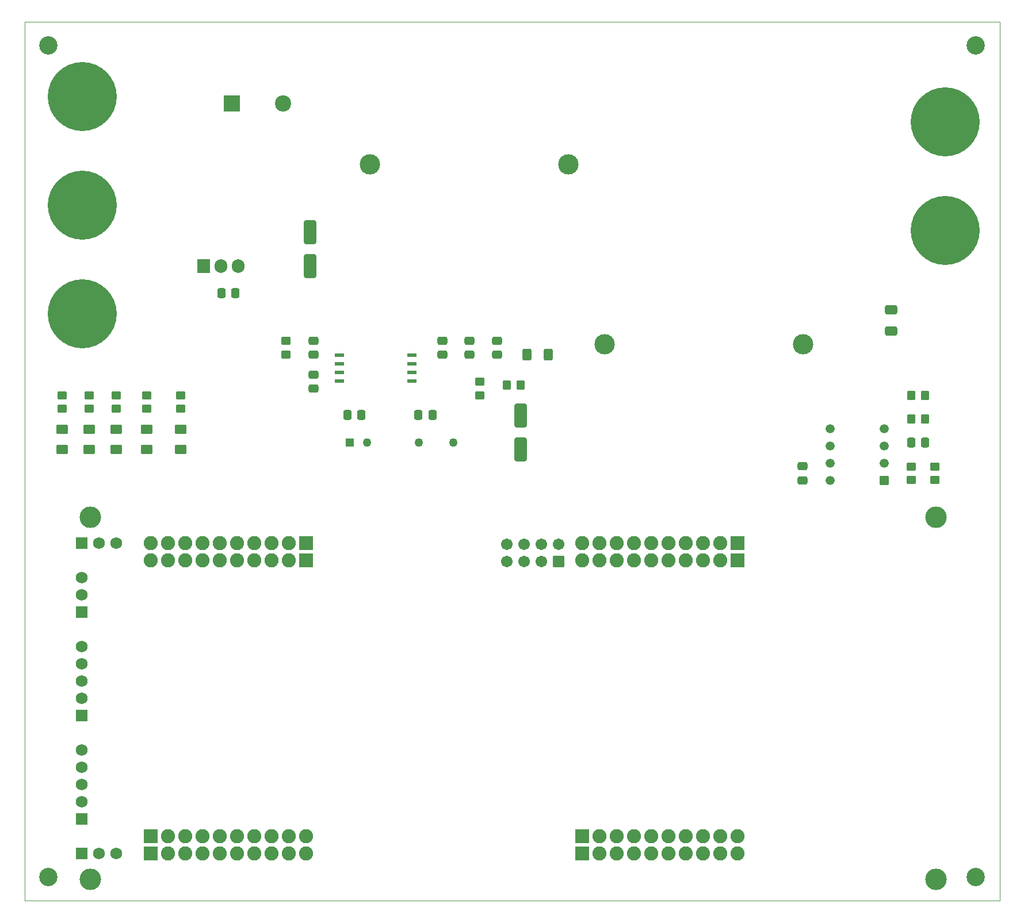
<source format=gbr>
%TF.GenerationSoftware,KiCad,Pcbnew,8.0.7*%
%TF.CreationDate,2025-03-06T09:07:30-05:00*%
%TF.ProjectId,Buck_PCB,4275636b-5f50-4434-922e-6b696361645f,v1*%
%TF.SameCoordinates,Original*%
%TF.FileFunction,Soldermask,Top*%
%TF.FilePolarity,Negative*%
%FSLAX46Y46*%
G04 Gerber Fmt 4.6, Leading zero omitted, Abs format (unit mm)*
G04 Created by KiCad (PCBNEW 8.0.7) date 2025-03-06 09:07:30*
%MOMM*%
%LPD*%
G01*
G04 APERTURE LIST*
G04 Aperture macros list*
%AMRoundRect*
0 Rectangle with rounded corners*
0 $1 Rounding radius*
0 $2 $3 $4 $5 $6 $7 $8 $9 X,Y pos of 4 corners*
0 Add a 4 corners polygon primitive as box body*
4,1,4,$2,$3,$4,$5,$6,$7,$8,$9,$2,$3,0*
0 Add four circle primitives for the rounded corners*
1,1,$1+$1,$2,$3*
1,1,$1+$1,$4,$5*
1,1,$1+$1,$6,$7*
1,1,$1+$1,$8,$9*
0 Add four rect primitives between the rounded corners*
20,1,$1+$1,$2,$3,$4,$5,0*
20,1,$1+$1,$4,$5,$6,$7,0*
20,1,$1+$1,$6,$7,$8,$9,0*
20,1,$1+$1,$8,$9,$2,$3,0*%
G04 Aperture macros list end*
%ADD10RoundRect,0.250001X-0.624999X0.462499X-0.624999X-0.462499X0.624999X-0.462499X0.624999X0.462499X0*%
%ADD11RoundRect,0.250000X-0.475000X0.337500X-0.475000X-0.337500X0.475000X-0.337500X0.475000X0.337500X0*%
%ADD12C,10.160000*%
%ADD13RoundRect,0.250000X0.475000X-0.337500X0.475000X0.337500X-0.475000X0.337500X-0.475000X-0.337500X0*%
%ADD14C,3.004000*%
%ADD15RoundRect,0.250000X-0.400000X-0.625000X0.400000X-0.625000X0.400000X0.625000X-0.400000X0.625000X0*%
%ADD16RoundRect,0.250000X0.350000X0.450000X-0.350000X0.450000X-0.350000X-0.450000X0.350000X-0.450000X0*%
%ADD17RoundRect,0.250000X-0.350000X-0.450000X0.350000X-0.450000X0.350000X0.450000X-0.350000X0.450000X0*%
%ADD18R,1.905000X2.000000*%
%ADD19O,1.905000X2.000000*%
%ADD20RoundRect,0.250000X-0.450000X0.350000X-0.450000X-0.350000X0.450000X-0.350000X0.450000X0.350000X0*%
%ADD21RoundRect,0.250000X-0.650000X0.412500X-0.650000X-0.412500X0.650000X-0.412500X0.650000X0.412500X0*%
%ADD22R,1.397000X0.508000*%
%ADD23RoundRect,0.250000X0.450000X-0.350000X0.450000X0.350000X-0.450000X0.350000X-0.450000X-0.350000X0*%
%ADD24RoundRect,0.250000X0.650000X-1.500000X0.650000X1.500000X-0.650000X1.500000X-0.650000X-1.500000X0*%
%ADD25R,2.400000X2.400000*%
%ADD26C,2.400000*%
%ADD27RoundRect,0.250000X-0.337500X-0.475000X0.337500X-0.475000X0.337500X0.475000X-0.337500X0.475000X0*%
%ADD28C,2.700000*%
%ADD29C,3.175000*%
%ADD30RoundRect,0.102000X0.939800X0.939800X-0.939800X0.939800X-0.939800X-0.939800X0.939800X-0.939800X0*%
%ADD31C,2.083600*%
%ADD32RoundRect,0.102000X0.762000X0.762000X-0.762000X0.762000X-0.762000X-0.762000X0.762000X-0.762000X0*%
%ADD33C,1.728000*%
%ADD34RoundRect,0.102000X0.750000X0.750000X-0.750000X0.750000X-0.750000X-0.750000X0.750000X-0.750000X0*%
%ADD35C,1.704000*%
%ADD36RoundRect,0.250000X0.337500X0.475000X-0.337500X0.475000X-0.337500X-0.475000X0.337500X-0.475000X0*%
%ADD37R,1.270000X1.270000*%
%ADD38C,1.270000*%
%ADD39RoundRect,0.102000X0.565000X0.565000X-0.565000X0.565000X-0.565000X-0.565000X0.565000X-0.565000X0*%
%ADD40C,1.334000*%
%ADD41RoundRect,0.250000X-0.650000X1.500000X-0.650000X-1.500000X0.650000X-1.500000X0.650000X1.500000X0*%
%TA.AperFunction,Profile*%
%ADD42C,0.050000*%
%TD*%
G04 APERTURE END LIST*
D10*
%TO.C,D7*%
X43000000Y-118512500D03*
X43000000Y-121487500D03*
%TD*%
D11*
%TO.C,C5*%
X134500000Y-123962500D03*
X134500000Y-126037500D03*
%TD*%
D10*
%TO.C,D6*%
X38000000Y-118512500D03*
X38000000Y-121487500D03*
%TD*%
D12*
%TO.C,J5*%
X28500000Y-101500000D03*
%TD*%
D13*
%TO.C,C8*%
X62500000Y-112537500D03*
X62500000Y-110462500D03*
%TD*%
D14*
%TO.C,L1*%
X70790000Y-79500000D03*
X100000000Y-79500000D03*
%TD*%
D15*
%TO.C,R11*%
X93950000Y-107500000D03*
X97050000Y-107500000D03*
%TD*%
D16*
%TO.C,R3*%
X152500000Y-117000000D03*
X150500000Y-117000000D03*
%TD*%
D17*
%TO.C,R9*%
X91000000Y-112000000D03*
X93000000Y-112000000D03*
%TD*%
D18*
%TO.C,Q1*%
X46397780Y-94500000D03*
D19*
X48937780Y-94500000D03*
X51477780Y-94500000D03*
%TD*%
D13*
%TO.C,C11*%
X85500000Y-107537500D03*
X85500000Y-105462500D03*
%TD*%
D20*
%TO.C,R8*%
X58500000Y-105500000D03*
X58500000Y-107500000D03*
%TD*%
D17*
%TO.C,R4*%
X150500000Y-113500000D03*
X152500000Y-113500000D03*
%TD*%
D10*
%TO.C,D3*%
X25500000Y-118512500D03*
X25500000Y-121487500D03*
%TD*%
D20*
%TO.C,R12*%
X38000000Y-113500000D03*
X38000000Y-115500000D03*
%TD*%
D21*
%TO.C,C2*%
X147500000Y-100937500D03*
X147500000Y-104062500D03*
%TD*%
D22*
%TO.C,U3*%
X66332000Y-107595000D03*
X66332000Y-108865000D03*
X66332000Y-110135000D03*
X66332000Y-111405000D03*
X77000000Y-111405000D03*
X77000000Y-110135000D03*
X77000000Y-108865000D03*
X77000000Y-107595000D03*
%TD*%
D23*
%TO.C,R6*%
X29500000Y-115500000D03*
X29500000Y-113500000D03*
%TD*%
D24*
%TO.C,D1*%
X62000000Y-94500000D03*
X62000000Y-89500000D03*
%TD*%
D13*
%TO.C,C12*%
X89500000Y-107537500D03*
X89500000Y-105462500D03*
%TD*%
D23*
%TO.C,R5*%
X25500000Y-115500000D03*
X25500000Y-113500000D03*
%TD*%
D20*
%TO.C,R10*%
X87000000Y-111500000D03*
X87000000Y-113500000D03*
%TD*%
D25*
%TO.C,C3*%
X50500000Y-70500000D03*
D26*
X58000000Y-70500000D03*
%TD*%
D20*
%TO.C,R1*%
X154000000Y-124000000D03*
X154000000Y-126000000D03*
%TD*%
D23*
%TO.C,R2*%
X150500000Y-126000000D03*
X150500000Y-124000000D03*
%TD*%
D10*
%TO.C,D4*%
X29500000Y-118512500D03*
X29500000Y-121487500D03*
%TD*%
D20*
%TO.C,R13*%
X43000000Y-113500000D03*
X43000000Y-115500000D03*
%TD*%
D13*
%TO.C,C10*%
X81500000Y-107537500D03*
X81500000Y-105462500D03*
%TD*%
D27*
%TO.C,C7*%
X77962500Y-116452500D03*
X80037500Y-116452500D03*
%TD*%
D12*
%TO.C,J2*%
X155500000Y-89250000D03*
%TD*%
D28*
%TO.C,REF\u002A\u002A*%
X160000000Y-62000000D03*
%TD*%
D29*
%TO.C,U2*%
X154174000Y-184796000D03*
X154174000Y-131456000D03*
X29714000Y-184796000D03*
X29714000Y-131456000D03*
D30*
X124964000Y-135266000D03*
D31*
X122424000Y-135266000D03*
X119884000Y-135266000D03*
X117344000Y-135266000D03*
X114804000Y-135266000D03*
X112264000Y-135266000D03*
X109724000Y-135266000D03*
X107184000Y-135266000D03*
X104644000Y-135266000D03*
X102104000Y-135266000D03*
D30*
X102104000Y-180986000D03*
D31*
X104644000Y-180986000D03*
X107184000Y-180986000D03*
X109724000Y-180986000D03*
X112264000Y-180986000D03*
X114804000Y-180986000D03*
X117344000Y-180986000D03*
X119884000Y-180986000D03*
X122424000Y-180986000D03*
X124964000Y-180986000D03*
D30*
X124964000Y-137806000D03*
D31*
X122424000Y-137806000D03*
X119884000Y-137806000D03*
X117344000Y-137806000D03*
X114804000Y-137806000D03*
X112264000Y-137806000D03*
X109724000Y-137806000D03*
X107184000Y-137806000D03*
X104644000Y-137806000D03*
X102104000Y-137806000D03*
D30*
X102104000Y-178446000D03*
D31*
X104644000Y-178446000D03*
X107184000Y-178446000D03*
X109724000Y-178446000D03*
X112264000Y-178446000D03*
X114804000Y-178446000D03*
X117344000Y-178446000D03*
X119884000Y-178446000D03*
X122424000Y-178446000D03*
X124964000Y-178446000D03*
D30*
X61464000Y-135266000D03*
D31*
X58924000Y-135266000D03*
X56384000Y-135266000D03*
X53844000Y-135266000D03*
X51304000Y-135266000D03*
X48764000Y-135266000D03*
X46224000Y-135266000D03*
X43684000Y-135266000D03*
X41144000Y-135266000D03*
X38604000Y-135266000D03*
D30*
X38604000Y-180986000D03*
D31*
X41144000Y-180986000D03*
X43684000Y-180986000D03*
X46224000Y-180986000D03*
X48764000Y-180986000D03*
X51304000Y-180986000D03*
X53844000Y-180986000D03*
X56384000Y-180986000D03*
X58924000Y-180986000D03*
X61464000Y-180986000D03*
D30*
X61464000Y-137806000D03*
D31*
X58924000Y-137806000D03*
X56384000Y-137806000D03*
X53844000Y-137806000D03*
X51304000Y-137806000D03*
X48764000Y-137806000D03*
X46224000Y-137806000D03*
X43684000Y-137806000D03*
X41144000Y-137806000D03*
X38604000Y-137806000D03*
D30*
X38604000Y-178446000D03*
D31*
X41144000Y-178446000D03*
X43684000Y-178446000D03*
X46224000Y-178446000D03*
X48764000Y-178446000D03*
X51304000Y-178446000D03*
X53844000Y-178446000D03*
X56384000Y-178446000D03*
X58924000Y-178446000D03*
X61464000Y-178446000D03*
D32*
X28444000Y-180986000D03*
D33*
X30984000Y-180986000D03*
X33524000Y-180986000D03*
D32*
X28444000Y-145426000D03*
D33*
X28444000Y-142886000D03*
X28444000Y-140346000D03*
D32*
X28444000Y-175906000D03*
D33*
X28444000Y-173366000D03*
X28444000Y-170826000D03*
X28444000Y-168286000D03*
X28444000Y-165746000D03*
D32*
X28444000Y-160666000D03*
D33*
X28444000Y-158126000D03*
X28444000Y-155586000D03*
X28444000Y-153046000D03*
X28444000Y-150506000D03*
D32*
X28444000Y-135266000D03*
D33*
X30984000Y-135266000D03*
X33524000Y-135266000D03*
D34*
X98620000Y-138040000D03*
D35*
X98620000Y-135500000D03*
X96080000Y-138040000D03*
X96080000Y-135500000D03*
X93540000Y-138040000D03*
X93540000Y-135500000D03*
X91000000Y-138040000D03*
X91000000Y-135500000D03*
%TD*%
D12*
%TO.C,J3*%
X28500000Y-69500000D03*
%TD*%
D36*
%TO.C,C6*%
X69585000Y-116452500D03*
X67510000Y-116452500D03*
%TD*%
D10*
%TO.C,D5*%
X33500000Y-118512500D03*
X33500000Y-121487500D03*
%TD*%
D12*
%TO.C,J4*%
X155500000Y-73250000D03*
%TD*%
D37*
%TO.C,U4*%
X67850000Y-120500000D03*
D38*
X70390000Y-120500000D03*
X78010000Y-120500000D03*
X83090000Y-120500000D03*
%TD*%
D13*
%TO.C,C9*%
X62500000Y-107537500D03*
X62500000Y-105462500D03*
%TD*%
D39*
%TO.C,U1*%
X146500000Y-126080000D03*
D40*
X146500000Y-123540000D03*
X146500000Y-121000000D03*
X146500000Y-118460000D03*
X138560000Y-118460000D03*
X138560000Y-121000000D03*
X138560000Y-123540000D03*
X138560000Y-126080000D03*
%TD*%
D12*
%TO.C,J1*%
X28500000Y-85500000D03*
%TD*%
D28*
%TO.C,REF\u002A\u002A*%
X160000000Y-184500000D03*
%TD*%
%TO.C,REF\u002A\u002A*%
X23500000Y-62000000D03*
%TD*%
D27*
%TO.C,C1*%
X150462500Y-120500000D03*
X152537500Y-120500000D03*
%TD*%
D28*
%TO.C,REF\u002A\u002A*%
X23500000Y-184500000D03*
%TD*%
D27*
%TO.C,C4*%
X48940280Y-98500000D03*
X51015280Y-98500000D03*
%TD*%
D41*
%TO.C,D2*%
X93000000Y-116500000D03*
X93000000Y-121500000D03*
%TD*%
D14*
%TO.C,L2*%
X105395000Y-106000000D03*
X134605000Y-106000000D03*
%TD*%
D23*
%TO.C,R7*%
X33500000Y-115500000D03*
X33500000Y-113500000D03*
%TD*%
D42*
X20000000Y-58500000D02*
X163500000Y-58500000D01*
X163500000Y-188000000D01*
X20000000Y-188000000D01*
X20000000Y-58500000D01*
M02*

</source>
